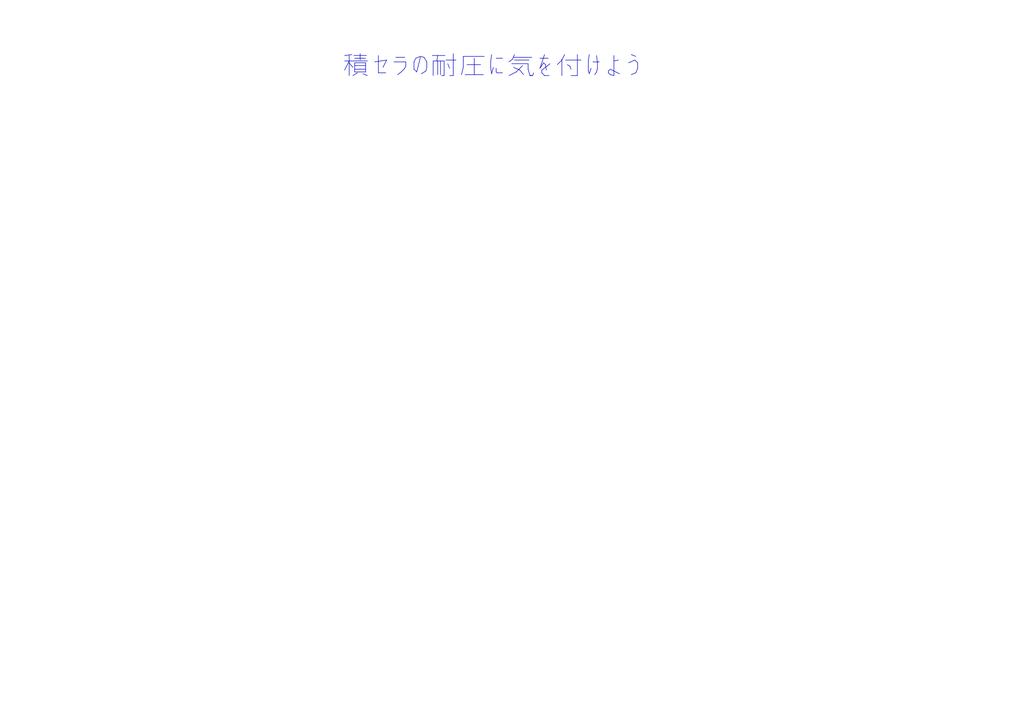
<source format=kicad_sch>
(kicad_sch (version 20230121) (generator eeschema)
  (paper "A4")
  (lib_symbols)
  (text "積セラの耐圧に気を付けよう" (at 99.06 22.86 0) (effects (font (size 5.56 5.56)) (justify left bottom)))
)
</source>
